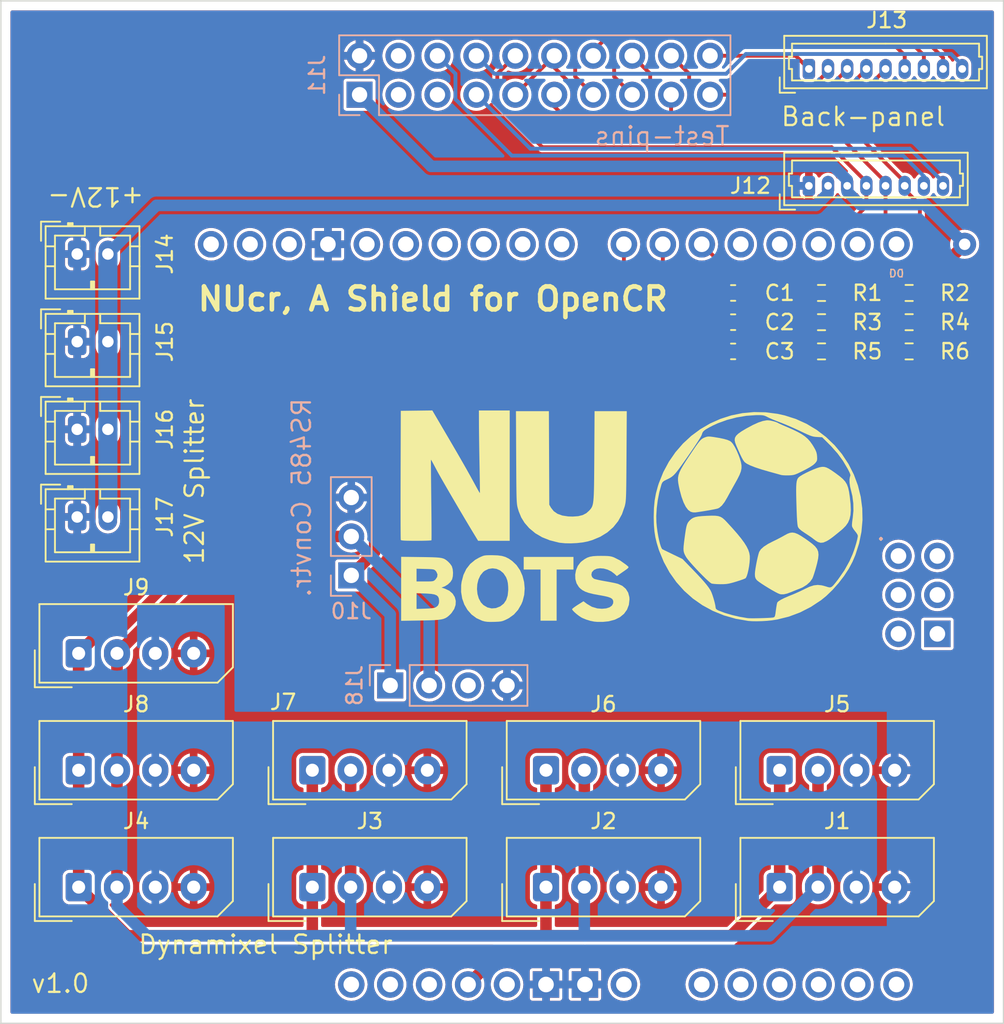
<source format=kicad_pcb>
(kicad_pcb (version 20221018) (generator pcbnew)
  (layers (0 "F.Cu" signal) (31 "B.Cu" signal) (34 "B.Paste" user) (35 "F.Paste" user) (36 "B.SilkS" user "B.Silkscreen") (37 "F.SilkS" user "F.Silkscreen") (38 "B.Mask" user) (39 "F.Mask" user) (44 "Edge.Cuts" user))
  (net 0 "")
  (net 1 "Net-(C1-Pad1)")
  (net 2 "GND")
  (net 3 "Net-(C2-Pad1)")
  (net 4 "Net-(C3-Pad1)")
  (net 5 "/DXL_N")
  (net 6 "/DXL_P")
  (net 7 "/DXL_PWR")
  (net 8 "+3V3")
  (net 9 "/LED5_R")
  (net 10 "/LED5_G")
  (net 11 "/LED5_B")
  (net 12 "/LED6_R")
  (net 13 "/RESET")
  (net 14 "/SW_START")
  (net 15 "/SW_MODE")
  (net 16 "/LED6_G")
  (net 17 "/LED6_B")
  (net 18 "/LED_TX")
  (net 19 "/LED_RX")
  (net 20 "/LED2")
  (net 21 "/LED3")
  (net 22 "/LED4")
  (net 26 "+12V")
  (footprint "Connector_Molex:Molex_SPOX_5267-04A_1x04_P2.50mm_Vertical" (layer "F.Cu") (at 104.14 107.95)
    (fp_text reference "J2" (at 3.75 -4.3) (layer "F.SilkS"))
    (fp_text value "Conn_01x04_Pin" hide)
    (pad "1" thru_hole roundrect (at 0 0) (size 1.7 1.85) (drill 0.85) (layers "*.Cu" "*.Mask") (roundrect_rratio 0.1470588235) (net 5 "/DXL_N"))
    (pad "2" thru_hole oval (at 2.5 0) (size 1.7 1.85) (drill 0.85) (layers "*.Cu" "*.Mask") (net 6 "/DXL_P"))
    (pad "3" thru_hole oval (at 5 0) (size 1.7 1.85) (drill 0.85) (layers "*.Cu" "*.Mask") (net 7 "/DXL_PWR"))
    (pad "4" thru_hole oval (at 7.5 0) (size 1.7 1.85) (drill 0.85) (layers "*.Cu" "*.Mask") (net 2 "GND"))
  )
  (footprint "Resistor_SMD:R_0603_1608Metric" (layer "F.Cu") (at 127.825 71.12 180)
    (fp_text reference "R4" (at -2.985 0) (layer "F.SilkS"))
    (fp_text value "10k" hide)
    (pad "1" smd roundrect (at -0.825 0 180) (size 0.8 0.95) (layers "F.Cu" "F.Paste" "F.Mask") (net 8 "+3V3"))
    (pad "2" smd roundrect (at 0.825 0 180) (size 0.8 0.95) (layers "F.Cu" "F.Paste" "F.Mask") (net 13 "/RESET"))
  )
  (footprint "Connector_Molex:Molex_SPOX_5267-04A_1x04_P2.50mm_Vertical" (layer "F.Cu") (at 119.38 100.33)
    (fp_text reference "J5" (at 3.75 -4.3) (layer "F.SilkS"))
    (fp_text value "Conn_01x04_Pin" hide)
    (pad "1" thru_hole roundrect (at 0 0) (size 1.7 1.85) (drill 0.85) (layers "*.Cu" "*.Mask") (roundrect_rratio 0.1470588235) (net 5 "/DXL_N"))
    (pad "2" thru_hole oval (at 2.5 0) (size 1.7 1.85) (drill 0.85) (layers "*.Cu" "*.Mask") (net 6 "/DXL_P"))
    (pad "3" thru_hole oval (at 5 0) (size 1.7 1.85) (drill 0.85) (layers "*.Cu" "*.Mask") (net 7 "/DXL_PWR"))
    (pad "4" thru_hole oval (at 7.5 0) (size 1.7 1.85) (drill 0.85) (layers "*.Cu" "*.Mask") (net 2 "GND"))
  )
  (footprint "Resistor_SMD:R_0603_1608Metric" (layer "F.Cu") (at 122.11 73.025)
    (fp_text reference "R5" (at 2.985 0) (layer "F.SilkS"))
    (fp_text value "100" hide)
    (pad "1" smd roundrect (at -0.825 0) (size 0.8 0.95) (layers "F.Cu" "F.Paste" "F.Mask") (net 4 "Net-(C3-Pad1)"))
    (pad "2" smd roundrect (at 0.825 0) (size 0.8 0.95) (layers "F.Cu" "F.Paste" "F.Mask") (net 14 "/SW_START"))
  )
  (footprint "Connector_Molex:Molex_SPOX_5267-04A_1x04_P2.50mm_Vertical" (layer "F.Cu") (at 88.9 100.33)
    (fp_text reference "J7" (at -1.905 -4.445) (layer "F.SilkS"))
    (fp_text value "Conn_01x04_Pin" hide)
    (pad "1" thru_hole roundrect (at 0 0) (size 1.7 1.85) (drill 0.85) (layers "*.Cu" "*.Mask") (roundrect_rratio 0.1470588235) (net 5 "/DXL_N"))
    (pad "2" thru_hole oval (at 2.5 0) (size 1.7 1.85) (drill 0.85) (layers "*.Cu" "*.Mask") (net 6 "/DXL_P"))
    (pad "3" thru_hole oval (at 5 0) (size 1.7 1.85) (drill 0.85) (layers "*.Cu" "*.Mask") (net 7 "/DXL_PWR"))
    (pad "4" thru_hole oval (at 7.5 0) (size 1.7 1.85) (drill 0.85) (layers "*.Cu" "*.Mask") (net 2 "GND"))
  )
  (footprint "PCM_arduino-library:Arduino_Uno_R3_Shield" (layer "F.Cu") (at 129.667 88.9)
    (fp_text reference "XA1" hide)
    (fp_text value "Arduino_Uno_R3_Shield" hide)
    (fp_text user "." (at -3.683 -4.064) (layer "B.SilkS"))
    (fp_text user "D0" (at -2.667 -20.955 unlocked) (layer "B.SilkS") (effects (font (size 0.5 0.5) (thickness 0.075)) (justify mirror)))
    (fp_text user "D0" (at -2.667 -20.955 unlocked) (layer "F.SilkS") (effects (font (size 0.5 0.5) (thickness 0.075))))
    (fp_text user "." (at -3.683 -4.064) (layer "F.SilkS"))
    (pad "" thru_hole oval (at -38.227 25.4) (size 1.7272 1.7272) (drill 1.016) (layers "*.Cu" "*.Mask"))
    (pad "3V3" thru_hole oval (at -30.607 25.4) (size 1.7272 1.7272) (drill 1.016) (layers "*.Cu" "*.Mask") (net 8 "+3V3"))
    (pad "5V1" thru_hole oval (at -28.067 25.4) (size 1.7272 1.7272) (drill 1.016) (layers "*.Cu" "*.Mask"))
    (pad "5V2" thru_hole oval (at 0 -2.54) (size 1.7272 1.7272) (drill 1.016) (layers "*.Cu" "*.Mask"))
    (pad "A0" thru_hole oval (at -15.367 25.4) (size 1.7272 1.7272) (drill 1.016) (layers "*.Cu" "*.Mask"))
    (pad "A1" thru_hole oval (at -12.827 25.4) (size 1.7272 1.7272) (drill 1.016) (layers "*.Cu" "*.Mask"))
    (pad "A2" thru_hole oval (at -10.287 25.4) (size 1.7272 1.7272) (drill 1.016) (layers "*.Cu" "*.Mask"))
    (pad "A3" thru_hole oval (at -7.747 25.4) (size 1.7272 1.7272) (drill 1.016) (layers "*.Cu" "*.Mask"))
    (pad "A4" thru_hole oval (at -5.207 25.4) (size 1.7272 1.7272) (drill 1.016) (layers "*.Cu" "*.Mask"))
    (pad "A5" thru_hole oval (at -2.667 25.4) (size 1.7272 1.7272) (drill 1.016) (layers "*.Cu" "*.Mask"))
    (pad "AREF" thru_hole oval (at -42.291 -22.86) (size 1.7272 1.7272) (drill 1.016) (layers "*.Cu" "*.Mask"))
    (pad "D0" thru_hole oval (at -2.667 -22.86) (size 1.7272 1.7272) (drill 1.016) (layers "*.Cu" "*.Mask"))
    (pad "D1" thru_hole oval (at -5.207 -22.86) (size 1.7272 1.7272) (drill 1.016) (layers "*.Cu" "*.Mask"))
    (pad "D2" thru_hole oval (at -7.747 -22.86) (size 1.7272 1.7272) (drill 1.016) (layers "*.Cu" "*.Mask"))
    (pad "D3" thru_hole oval (at -10.287 -22.86) (size 1.7272 1.7272) (drill 1.016) (layers "*.Cu" "*.Mask"))
    (pad "D4" thru_hole oval (at -12.827 -22.86) (size 1.7272 1.7272) (drill 1.016) (layers "*.Cu" "*.Mask"))
    (pad "D5" thru_hole oval (at -15.367 -22.86) (size 1.7272 1.7272) (drill 1.016) (layers "*.Cu" "*.Mask") (net 1 "Net-(C1-Pad1)"))
    (pad "D6" thru_hole oval (at -17.907 -22.86) (size 1.7272 1.7272) (drill 1.016) (layers "*.Cu" "*.Mask") (net 3 "Net-(C2-Pad1)"))
    (pad "D7" thru_hole oval (at -20.447 -22.86) (size 1.7272 1.7272) (drill 1.016) (layers "*.Cu" "*.Mask") (net 4 "Net-(C3-Pad1)"))
    (pad "D8" thru_hole oval (at -24.511 -22.86) (size 1.7272 1.7272) (drill 1.016) (layers "*.Cu" "*.Mask"))
    (pad "D9" thru_hole oval (at -27.051 -22.86) (size 1.7272 1.7272) (drill 1.016) (layers "*.Cu" "*.Mask"))
    (pad "D10" thru_hole oval (at -29.591 -22.86) (size 1.7272 1.7272) (drill 1.016) (layers "*.Cu" "*.Mask"))
    (pad "D11" thru_hole oval (at -32.131 -22.86) (size 1.7272 1.7272) (drill 1.016) (layers "*.Cu" "*.Mask"))
    (pad "D12" thru_hole oval (at -34.671 -22.86) (size 1.7272 1.7272) (drill 1.016) (layers "*.Cu" "*.Mask"))
    (pad "D13" thru_hole oval (at -37.211 -22.86) (size 1.7272 1.7272) (drill 1.016) (layers "*.Cu" "*.Mask"))
    (pad "GND1" thru_hole rect (at -39.751 -22.86) (size 1.7272 1.7272) (drill 1.016) (layers "*.Cu" "*.Mask") (net 2 "GND"))
    (pad "GND2" thru_hole rect (at -25.527 25.4) (size 1.7272 1.7272) (drill 1.016) (layers "*.Cu" "*.Mask") (net 2 "GND"))
    (pad "GND3" thru_hole rect (at -22.987 25.4) (size 1.7272 1.7272) (drill 1.016) (layers "*.Cu" "*.Mask") (net 2 "GND"))
    (pad "GND4" thru_hole rect (at 0 2.54) (size 1.7272 1.7272) (drill 1.016) (layers "*.Cu" "*.Mask"))
    (pad "IORF" thru_hole oval (at -35.687 25.4) (size 1.7272 1.7272) (drill 1.016) (layers "*.Cu" "*.Mask"))
    (pad "MISO" thru_hole oval (at -2.54 -2.54) (size 1.7272 1.7272) (drill 1.016) (layers "*.Cu" "*.Mask"))
    (pad "MOSI" thru_hole oval (at 0 0) (size 1.7272 1.7272) (drill 1.016) (layers "*.Cu" "*.Mask"))
    (pad "RST1" thru_hole oval (at -33.147 25.4) (size 1.7272 1.7272) (drill 1.016) (layers "*.Cu" "*.Mask"))
    (pad "RST2" thru_hole oval (at -2.54 2.54) (size 1.7272 1.7272) (drill 1.016) (layers "*.Cu" "*.Mask"))
    (pad "SCK" thru_hole oval (at -2.54 0) (size 1.7272 1.7272) (drill 1.016) (layers "*.Cu" "*.Mask"))
    (pad "SCL" thru_hole oval (at -47.371 -22.86) (size 1.7272 1.7272) (drill 1.016) (layers "*.Cu" "*.Mask"))
    (pad "SDA" thru_hole oval (at -44.831 -22.86) (size 1.7272 1.7272) (drill 1.016) (layers "*.Cu" "*.Mask"))
    (pad "VIN" thru_hole oval (at -20.447 25.4) (size 1.7272 1.7272) (drill 1.016) (layers "*.Cu" "*.Mask"))
  )
  (footprint "Resistor_SMD:R_0603_1608Metric" (layer "F.Cu") (at 122.11 69.215)
    (fp_text reference "R1" (at 2.985 0) (layer "F.SilkS"))
    (fp_text value "100" hide)
    (pad "1" smd roundrect (at -0.825 0) (size 0.8 0.95) (layers "F.Cu" "F.Paste" "F.Mask") (net 1 "Net-(C1-Pad1)"))
    (pad "2" smd roundrect (at 0.825 0) (size 0.8 0.95) (layers "F.Cu" "F.Paste" "F.Mask") (net 15 "/SW_MODE"))
  )
  (footprint "Connector_Molex:Molex_PicoBlade_53047-0910_1x09_P1.25mm_Vertical" (layer "F.Cu") (at 121.285 54.61)
    (fp_text reference "J13" (at 5.08 -3.175) (layer "F.SilkS"))
    (fp_text value "Conn_01x09_Pin" hide)
    (pad "1" thru_hole roundrect (at 0 0) (size 0.8 1.3) (drill 0.5) (layers "*.Cu" "*.Mask") (net 18 "/LED_TX"))
    (pad "2" thru_hole oval (at 1.25 0) (size 0.8 1.3) (drill 0.5) (layers "*.Cu" "*.Mask") (net 19 "/LED_RX"))
    (pad "3" thru_hole oval (at 2.5 0) (size 0.8 1.3) (drill 0.5) (layers "*.Cu" "*.Mask") (net 20 "/LED2"))
    (pad "4" thru_hole oval (at 3.75 0) (size 0.8 1.3) (drill 0.5) (layers "*.Cu" "*.Mask") (net 21 "/LED3"))
    (pad "5" thru_hole oval (at 5 0) (size 0.8 1.3) (drill 0.5) (layers "*.Cu" "*.Mask") (net 22 "/LED4"))
    (pad "6" thru_hole oval (at 6.25 0) (size 0.8 1.3) (drill 0.5) (layers "*.Cu" "*.Mask") (net 9 "/LED5_R"))
    (pad "7" thru_hole oval (at 7.5 0) (size 0.8 1.3) (drill 0.5) (layers "*.Cu" "*.Mask") (net 10 "/LED5_G"))
    (pad "8" thru_hole oval (at 8.75 0) (size 0.8 1.3) (drill 0.5) (layers "*.Cu" "*.Mask") (net 11 "/LED5_B"))
    (pad "9" thru_hole oval (at 10 0) (size 0.8 1.3) (drill 0.5) (layers "*.Cu" "*.Mask") (net 12 "/LED6_R"))
  )
  (footprint "Connector_JST:JST_PH_B2B-PH-K_1x02_P2.00mm_Vertical" (layer "F.Cu") (at 73.565 78.105)
    (fp_text reference "J16" (at 5.715 0 90) (layer "F.SilkS"))
    (fp_text value "Conn_01x02_Pin" hide)
    (pad "1" thru_hole roundrect (at 0 0) (size 1.2 1.75) (drill 0.75) (layers "*.Cu" "*.Mask") (roundrect_rratio 0.2083333333) (net 2 "GND"))
    (pad "2" thru_hole oval (at 2 0) (size 1.2 1.75) (drill 0.75) (layers "*.Cu" "*.Mask") (net 26 "+12V"))
  )
  (footprint "Connector_JST:JST_PH_B2B-PH-K_1x02_P2.00mm_Vertical" (layer "F.Cu") (at 73.565 66.675)
    (fp_text reference "J14" (at 5.715 0 90) (layer "F.SilkS"))
    (fp_text value "Conn_01x02_Pin" hide)
    (pad "1" thru_hole roundrect (at 0 0) (size 1.2 1.75) (drill 0.75) (layers "*.Cu" "*.Mask") (roundrect_rratio 0.2083333333) (net 2 "GND"))
    (pad "2" thru_hole oval (at 2 0) (size 1.2 1.75) (drill 0.75) (layers "*.Cu" "*.Mask") (net 26 "+12V"))
  )
  (footprint "Connector_Molex:Molex_SPOX_5267-04A_1x04_P2.50mm_Vertical" (layer "F.Cu") (at 104.14 100.33)
    (fp_text reference "J6" (at 3.75 -4.3) (layer "F.SilkS"))
    (fp_text value "Conn_01x04_Pin" hide)
    (pad "1" thru_hole roundrect (at 0 0) (size 1.7 1.85) (drill 0.85) (layers "*.Cu" "*.Mask") (roundrect_rratio 0.1470588235) (net 5 "/DXL_N"))
    (pad "2" thru_hole oval (at 2.5 0) (size 1.7 1.85) (drill 0.85) (layers "*.Cu" "*.Mask") (net 6 "/DXL_P"))
    (pad "3" thru_hole oval (at 5 0) (size 1.7 1.85) (drill 0.85) (layers "*.Cu" "*.Mask") (net 7 "/DXL_PWR"))
    (pad "4" thru_hole oval (at 7.5 0) (size 1.7 1.85) (drill 0.85) (layers "*.Cu" "*.Mask") (net 2 "GND"))
  )
  (footprint "Resistor_SMD:R_0603_1608Metric" (layer "F.Cu") (at 127.825 73.025 180)
    (fp_text reference "R6" (at -2.985 0) (layer "F.SilkS"))
    (fp_text value "10k" hide)
    (pad "1" smd roundrect (at -0.825 0 180) (size 0.8 0.95) (layers "F.Cu" "F.Paste" "F.Mask") (net 8 "+3V3"))
    (pad "2" smd roundrect (at 0.825 0 180) (size 0.8 0.95) (layers "F.Cu" "F.Paste" "F.Mask") (net 14 "/SW_START"))
  )
  (footprint "Connector_Molex:Molex_SPOX_5267-04A_1x04_P2.50mm_Vertical" (layer "F.Cu") (at 73.66 92.71)
    (fp_text reference "J9" (at 3.75 -4.3) (layer "F.SilkS"))
    (fp_text value "Conn_01x04_Pin" hide)
    (pad "1" thru_hole roundrect (at 0 0) (size 1.7 1.85) (drill 0.85) (layers "*.Cu" "*.Mask") (roundrect_rratio 0.1470588235) (net 5 "/DXL_N"))
    (pad "2" thru_hole oval (at 2.5 0) (size 1.7 1.85) (drill 0.85) (layers "*.Cu" "*.Mask") (net 6 "/DXL_P"))
    (pad "3" thru_hole oval (at 5 0) (size 1.7 1.85) (drill 0.85) (layers "*.Cu" "*.Mask") (net 7 "/DXL_PWR"))
    (pad "4" thru_hole oval (at 7.5 0) (size 1.7 1.85) (drill 0.85) (layers "*.Cu" "*.Mask") (net 2 "GND"))
  )
  (footprint "Connector_Molex:Molex_SPOX_5267-04A_1x04_P2.50mm_Vertical" (layer "F.Cu") (at 119.38 107.95)
    (fp_text reference "J1" (at 3.75 -4.3) (layer "F.SilkS"))
    (fp_text value "Conn_01x04_Pin" hide)
    (pad "1" thru_hole roundrect (at 0 0) (size 1.7 1.85) (drill 0.85) (layers "*.Cu" "*.Mask") (roundrect_rratio 0.1470588235) (net 5 "/DXL_N"))
    (pad "2" thru_hole oval (at 2.5 0) (size 1.7 1.85) (drill 0.85) (layers "*.Cu" "*.Mask") (net 6 "/DXL_P"))
    (pad "3" thru_hole oval (at 5 0) (size 1.7 1.85) (drill 0.85) (layers "*.Cu" "*.Mask") (net 7 "/DXL_PWR"))
    (pad "4" thru_hole oval (at 7.5 0) (size 1.7 1.85) (drill 0.85) (layers "*.Cu" "*.Mask") (net 2 "GND"))
  )
  (footprint "Resistor_SMD:R_0603_1608Metric" (layer "F.Cu") (at 127.825 69.215 180)
    (fp_text reference "R2" (at -2.985 0) (layer "F.SilkS"))
    (fp_text value "10k" hide)
    (pad "1" smd roundrect (at -0.825 0 180) (size 0.8 0.95) (layers "F.Cu" "F.Paste" "F.Mask") (net 8 "+3V3"))
    (pad "2" smd roundrect (at 0.825 0 180) (size 0.8 0.95) (layers "F.Cu" "F.Paste" "F.Mask") (net 15 "/SW_MODE"))
  )
  (footprint "Connector_Molex:Molex_SPOX_5267-04A_1x04_P2.50mm_Vertical" (layer "F.Cu") (at 88.9 107.95)
    (fp_text reference "J3" (at 3.75 -4.3) (layer "F.SilkS"))
    (fp_text value "Conn_01x04_Pin" hide)
    (pad "1" thru_hole roundrect (at 0 0) (size 1.7 1.85) (drill 0.85) (layers "*.Cu" "*.Mask") (roundrect_rratio 0.1470588235) (net 5 "/DXL_N"))
    (pad "2" thru_hole oval (at 2.5 0) (size 1.7 1.85) (drill 0.85) (layers "*.Cu" "*.Mask") (net 6 "/DXL_P"))
    (pad "3" thru_hole oval (at 5 0) (size 1.7 1.85) (drill 0.85) (layers "*.Cu" "*.Mask") (net 7 "/DXL_PWR"))
    (pad "4" thru_hole oval (at 7.5 0) (size 1.7 1.85) (drill 0.85) (layers "*.Cu" "*.Mask") (net 2 "GND"))
  )
  (footprint "Capacitor_SMD:C_0603_1608Metric" (layer "F.Cu") (at 116.345 69.215 180)
    (fp_text reference "C1" (at -3.035 0) (layer "F.SilkS"))
    (fp_text value "100p" hide)
    (pad "1" smd roundrect (at -0.775 0 180) (size 0.9 0.95) (layers "F.Cu" "F.Paste" "F.Mask") (net 1 "Net-(C1-Pad1)"))
    (pad "2" smd roundrect (at 0.775 0 180) (size 0.9 0.95) (layers "F.Cu" "F.Paste" "F.Mask") (net 2 "GND"))
  )
  (footprint "Connector_Molex:Molex_SPOX_5267-04A_1x04_P2.50mm_Vertical" (layer "F.Cu") (at 73.66 100.33)
    (fp_text reference "J8" (at 3.75 -4.3) (layer "F.SilkS"))
    (fp_text value "Conn_01x04_Pin" hide)
    (pad "1" thru_hole roundrect (at 0 0) (size 1.7 1.85) (drill 0.85) (layers "*.Cu" "*.Mask") (roundrect_rratio 0.1470588235) (net 5 "/DXL_N"))
    (pad "2" thru_hole oval (at 2.5 0) (size 1.7 1.85) (drill 0.85) (layers "*.Cu" "*.Mask") (net 6 "/DXL_P"))
    (pad "3" thru_hole oval (at 5 0) (size 1.7 1.85) (drill 0.85) (layers "*.Cu" "*.Mask") (net 7 "/DXL_PWR"))
    (pad "4" thru_hole oval (at 7.5 0) (size 1.7 1.85) (drill 0.85) (layers "*.Cu" "*.Mask") (net 2 "GND"))
  )
  (footprint "Capacitor_SMD:C_0603_1608Metric" (layer "F.Cu") (at 116.345 71.12 180)
    (fp_text reference "C2" (at -3.035 0) (layer "F.SilkS"))
    (fp_text value "100p" hide)
    (pad "1" smd roundrect (at -0.775 0 180) (size 0.9 0.95) (layers "F.Cu" "F.Paste" "F.Mask") (net 3 "Net-(C2-Pad1)"))
    (pad "2" smd roundrect (at 0.775 0 180) (size 0.9 0.95) (layers "F.Cu" "F.Paste" "F.Mask") (net 2 "GND"))
  )
  (footprint "Connector_JST:JST_PH_B2B-PH-K_1x02_P2.00mm_Vertical" (layer "F.Cu") (at 73.565 72.39)
    (fp_text reference "J15" (at 5.715 0 90) (layer "F.SilkS"))
    (fp_text value "Conn_01x02_Pin" hide)
    (pad "1" thru_hole roundrect (at 0 0) (size 1.2 1.75) (drill 0.75) (layers "*.Cu" "*.Mask") (roundrect_rratio 0.2083333333) (net 2 "GND"))
    (pad "2" thru_hole oval (at 2 0) (size 1.2 1.75) (drill 0.75) (layers "*.Cu" "*.Mask") (net 26 "+12V"))
  )
  (footprint "Capacitor_SMD:C_0603_1608Metric" (layer "F.Cu") (at 116.345 73.025 180)
    (fp_text reference "C3" (at -3.035 0) (layer "F.SilkS"))
    (fp_text value "100p" hide)
    (pad "1" smd roundrect (at -0.775 0 180) (size 0.9 0.95) (layers "F.Cu" "F.Paste" "F.Mask") (net 4 "Net-(C3-Pad1)"))
    (pad "2" smd roundrect (at 0.775 0 180) (size 0.9 0.95) (layers "F.Cu" "F.Paste" "F.Mask") (net 2 "GND"))
  )
  (footprint "Connector_Molex:Molex_SPOX_5267-04A_1x04_P2.50mm_Vertical" (layer "F.Cu") (at 73.66 107.95)
    (fp_text reference "J4" (at 3.75 -4.3) (layer "F.SilkS"))
    (fp_text value "Conn_01x04_Pin" hide)
    (pad "1" thru_hole roundrect (at 0 0) (size 1.7 1.85) (drill 0.85) (layers "*.Cu" "*.Mask") (roundrect_rratio 0.1470588235) (net 5 "/DXL_N"))
    (pad "2" thru_hole oval (at 2.5 0) (size 1.7 1.85) (drill 0.85) (layers "*.Cu" "*.Mask") (net 6 "/DXL_P"))
    (pad "3" thru_hole oval (at 5 0) (size 1.7 1.85) (drill 0.85) (layers "*.Cu" "*.Mask") (net 7 "/DXL_PWR"))
    (pad "4" thru_hole oval (at 7.5 0) (size 1.7 1.85) (drill 0.85) (layers "*.Cu" "*.Mask") (net 2 "GND"))
  )
  (footprint "Connector_Molex:Molex_PicoBlade_53047-0810_1x08_P1.25mm_Vertical" (layer "F.Cu") (at 121.285 62.23)
    (fp_text reference "J12" (at -3.81 0) (layer "F.SilkS"))
    (fp_text value "Conn_01x08_Pin" hide)
    (pad "1" thru_hole roundrect (at 0 0) (size 0.8 1.3) (drill 0.5) (layers "*.Cu" "*.Mask") (net 2 "GND"))
    (pad "2" thru_hole oval (at 1.25 0) (size 0.8 1.3) (drill 0.5) (layers "*.Cu" "*.Mask") (net 26 "+12V"))
    (pad "3" thru_hole oval (at 2.5 0) (size 0.8 1.3) (drill 0.5) (layers "*.Cu" "*.Mask") (net 8 "+3V3"))
    (pad "4" thru_hole oval (at 3.75 0) (size 0.8 1.3) (drill 0.5) (layers "*.Cu" "*.Mask") (net 14 "/SW_START"))
    (pad "5" thru_hole oval (at 5 0) (size 0.8 1.3) (drill 0.5) (layers "*.Cu" "*.Mask") (net 15 "/SW_MODE"))
    (pad "6" thru_hole oval (at 6.25 0) (size 0.8 1.3) (drill 0.5) (layers "*.Cu" "*.Mask") (net 13 "/RESET"))
    (pad "7" thru_hole oval (at 7.5 0) (size 0.8 1.3) (drill 0.5) (layers "*.Cu" "*.Mask") (net 17 "/LED6_B"))
    (pad "8" thru_hole oval (at 8.75 0) (size 0.8 1.3) (drill 0.5) (layers "*.Cu" "*.Mask") (net 16 "/LED6_G"))
  )
  (footprint "Resistor_SMD:R_0603_1608Metric" (layer "F.Cu") (at 122.11 71.12)
    (fp_text reference "R3" (at 2.985 0) (layer "F.SilkS"))
    (fp_text value "100" hide)
    (pad "1" smd roundrect (at -0.825 0) (size 0.8 0.95) (layers "F.Cu" "F.Paste" "F.Mask") (net 3 "Net-(C2-Pad1)"))
    (pad "2" smd roundrect (at 0.825 0) (size 0.8 0.95) (layers "F.Cu" "F.Paste" "F.Mask") (net 13 "/RESET"))
  )
  (footprint "LOGO" (layer "F.Cu") (at 109.22 83.82)
    (fp_text reference "G***" hide)
    (fp_text value "LOGO" hide)
  )
  (footprint "Connector_JST:JST_PH_B2B-PH-K_1x02_P2.00mm_Vertical" (layer "F.Cu") (at 73.565 83.82)
    (fp_text reference "J17" (at 5.715 0 90) (layer "F.SilkS"))
    (fp_text value "Conn_01x02_Pin" hide)
    (pad "1" thru_hole roundrect (at 0 0) (size 1.2 1.75) (drill 0.75) (layers "*.Cu" "*.Mask") (roundrect_rratio 0.2083333333) (net 2 "GND"))
    (pad "2" thru_hole oval (at 2 0) (size 1.2 1.75) (drill 0.75) (layers "*.Cu" "*.Mask") (net 26 "+12V"))
  )
  (footprint "Connector_PinSocket_2.54mm:PinSocket_2x10_P2.54mm_Vertical" (layer "B.Cu") (at 91.98 56.29 -90)
    (fp_text reference "J11" (at -1.27 2.77 90) (layer "B.SilkS") (effects (justify mirror)))
    (fp_text value "Conn_02x10_Odd_Even" hide)
    (pad "1" thru_hole rect (at 0 0 270) (size 1.7 1.7) (drill 1) (layers "*.Cu" "*.Mask") (net 8 "+3V3"))
    (pad "2" thru_hole oval (at -2.54 0 270) (size 1.7 1.7) (drill 1) (layers "*.Cu" "*.Mask") (net 2 "GND"))
    (pad "3" thru_hole oval (at 0 -2.54 270) (size 1.7 1.7) (drill 1) (layers "*.Cu" "*.Mask"))
    (pad "4" thru_hole oval (at -2.54 -2.54 270) (size 1.7 1.7) (drill 1) (layers "*.Cu" "*.Mask"))
    (pad "5" thru_hole oval (at 0 -5.08 270) (size 1.7 1.7) (drill 1) (layers "*.Cu" "*.Mask"))
    (pad "6" thru_hole oval (at -2.54 -5.08 270) (size 1.7 1.7) (drill 1) (layers "*.Cu" "*.Mask") (net 17 "/LED6_B"))
    (pad "7" thru_hole oval (at 0 -7.62 270) (size 1.7 1.7) (drill 1) (layers "*.Cu" "*.Mask") (net 16 "/LED6_G"))
    (pad "8" thru_hole oval (at -2.54 -7.62 270) (size 1.7 1.7) (drill 1) (layers "*.Cu" "*.Mask") (net 12 "/LED6_R"))
    (pad "9" thru_hole oval (at 0 -10.16 270) (size 1.7 1.7) (drill 1) (layers "*.Cu" "*.Mask") (net 13 "/RESET"))
    (pad "10" thru_hole oval (at -2.54 -10.16 270) (size 1.7 1.7) (drill 1) (layers "*.Cu" "*.Mask") (net 14 "/SW_START"))
    (pad "11" thru_hole oval (at 0 -12.7 270) (size 1.7 1.7) (drill 1) (layers "*.Cu" "*.Mask") (net 15 "/SW_MODE"))
    (pad "12" thru_hole oval (at -2.54 -12.7 270) (size 1.7 1.7) (drill 1) (layers "*.Cu" "*.Mask") (net 13 "/RESET"))
    (pad "13" thru_hole oval (at 0 -15.24 270) (size 1.7 1.7) (drill 1) (layers "*.Cu" "*.Mask") (net 11 "/LED5_B"))
    (pad "14" thru_hole oval (at -2.54 -15.24 270) (size 1.7 1.7) (drill 1) (layers "*.Cu" "*.Mask") (net 10 "/LED5_G"))
    (pad "15" thru_hole oval (at 0 -17.78 270) (size 1.7 1.7) (drill 1) (layers "*.Cu" "*.Mask") (net 9 "/LED5_R"))
    (pad "16" thru_hole oval (at -2.54 -17.78 270) (size 1.7 1.7) (drill 1) (layers "*.Cu" "*.Mask") (net 22 "/LED4"))
    (pad "17" thru_hole oval (at 0 -20.32 270) (size 1.7 1.7) (drill 1) (layers "*.Cu" "*.Mask") (net 21 "/LED3"))
    (pad "18" thru_hole oval (at -2.54 -20.32 270) (size 1.7 1.7) (drill 1) (layers "*.Cu" "*.Mask") (net 20 "/LED2"))
    (pad "19" thru_hole oval (at 0 -22.86 270) (size 1.7 1.7) (drill 1) (layers "*.Cu" "*.Mask") (net 19 "/LED_RX"))
    (pad "20" thru_hole oval (at -2.54 -22.86 270) (size 1.7 1.7) (drill 1) (layers "*.Cu" "*.Mask") (net 18 "/LED_TX"))
  )
  (footprint "Connector_PinHeader_2.54mm:PinHeader_1x03_P2.54mm_Vertical" (layer "B.Cu") (at 91.44 87.63)
    (fp_text reference "J10" (at 0 2.33) (layer "B.SilkS") (effects (justify mirror)))
    (fp_text value "Conn_01x03_Pin" hide)
    (pad "1" thru_hole rect (at 0 0) (size 1.7 1.7) (drill 1) (layers "*.Cu" "*.Mask") (net 5 "/DXL_N"))
    (pad "2" thru_hole oval (at 0 -2.54) (size 1.7 1.7) (drill 1) (layers "*.Cu" "*.Mask") (net 6 "/DXL_P"))
    (pad "3" thru_hole oval (at 0 -5.08) (size 1.7 1.7) (drill 1) (layers "*.Cu" "*.Mask") (net 2 "GND"))
  )
  (footprint "Connector_PinHeader_2.54mm:PinHeader_1x04_P2.54mm_Vertical" (layer "B.Cu") (at 93.98 94.803 -90)
    (fp_text reference "J18" (at 0 2.33 90) (layer "B.SilkS") (effects (justify mirror)))
    (fp_text value "Conn_01x04_Pin" hide)
    (pad "1" thru_hole rect (at 0 0 270) (size 1.7 1.7) (drill 1) (layers "*.Cu" "*.Mask") (net 5 "/DXL_N"))
    (pad "2" thru_hole oval (at 0 -2.54 270) (size 1.7 1.7) (drill 1) (layers "*.Cu" "*.Mask") (net 6 "/DXL_P"))
    (pad "3" thru_hole oval (at 0 -5.08 270) (size 1.7 1.7) (drill 1) (layers "*.Cu" "*.Mask"))
    (pad "4" thru_hole oval (at 0 -7.62 270) (size 1.7 1.7) (drill 1) (layers "*.Cu" "*.Mask") (net 2 "GND"))
  )
  (gr_rect (start 68.58 50.165) (end 133.985 116.84) (stroke (width 0.1)) (fill none) (layer "Edge.Cuts"))
  (gr_text "Test-pins" (at 116.205 59.69) (layer "B.SilkS") (effects (font (size 1.2 1.2)) (justify left bottom mirror)))
  (gr_text "RS485 Convtr." (at 88.9 82.55 90) (layer "B.SilkS") (effects (font (size 1.2 1.2)) (justify bottom mirror)))
  (gr_text "v1.0" (at 70.485 114.935) (layer "F.SilkS") (effects (font (size 1.2 1.2)) (justify left bottom)))
  (gr_text "Back-panel" (at 119.38 58.42) (layer "F.SilkS") (effects (font (size 1.2 1.2)) (justify left bottom)))
  (gr_text "12V Splitter" (at 81.915 86.995 90) (layer "F.SilkS") (effects (font (size 1.2 1.2)) (justify left bottom)))
  (gr_text "Dynamixel Splitter" (at 77.47 112.395) (layer "F.SilkS") (effects (font (size 1.2 1.2)) (justify left bottom)))
  (gr_text "+12V-" (at 78.01 62.23 180) (layer "F.SilkS") (effects (font (size 1.2 1.2)) (justify left bottom)))
  (gr_text "NUcr, A Shield for OpenCR" (at 81.28 70.485) (layer "F.SilkS") (effects (font (size 1.5 1.5) (thickness 0.3) bold) (justify left bottom)))
  (segment (start 117.12 69.215) (end 117.12 68.86) (width 0.25) (layer "F.Cu") (net 1))
  (segment (start 117.12 68.86) (end 114.3 66.04) (width 0.25) (layer "F.Cu") (net 1))
  (segment (start 117.12 69.215) (end 121.285 69.215) (width 0.25) (layer "F.Cu") (net 1))
  (segment (start 111.76 68.58) (end 111.76 66.04) (width 0.25) (layer "F.Cu") (net 3))
  (segment (start 116.32 70.32) (end 113.5 70.32) (width 0.25) (layer "F.Cu") (net 3))
  (segment (start 113.5 70.32) (end 111.76 68.58) (width 0.25) (layer "F.Cu") (net 3))
  (segment (start 117.12 71.12) (end 116.32 70.32) (width 0.25) (layer "F.Cu") (net 3))
  (segment (start 117.12 71.12) (end 121.285 71.12) (width 0.25) (layer "F.Cu") (net 3))
  (segment (start 117.12 73.025) (end 116.32 72.225) (width 0.25) (layer "F.Cu") (net 4))
  (segment (start 109.22 69.215) (end 109.22 66.04) (width 0.25) (layer "F.Cu") (net 4))
  (segment (start 117.12 73.025) (end 121.285 73.025) (width 0.25) (layer "F.Cu") (net 4))
  (segment (start 112.23 72.225) (end 109.22 69.215) (width 0.25) (layer "F.Cu") (net 4))
  (segment (start 116.32 72.225) (end 112.23 72.225) (width 0.25) (layer "F.Cu") (net 4))
  (segment (start 88.9 111.125) (end 104.14 111.125) (width 0.75) (layer "F.Cu") (net 5))
  (segment (start 92.964 86.106) (end 91.44 87.63) (width 0.75) (layer "F.Cu") (net 5))
  (segment (start 116.205 111.125) (end 119.38 107.95) (width 0.75) (layer "F.Cu") (net 5))
  (segment (start 73.66 92.71) (end 85.245 81.125) (width 0.75) (layer "F.Cu") (net 5))
  (segment (start 92.964 82.058745) (end 92.964 86.106) (width 0.75) (layer "F.Cu") (net 5))
  (segment (start 93.98 95.25) (end 93.98 94.803) (width 0.75) (layer "F.Cu") (net 5))
  (segment (start 92.030255 81.125) (end 92.964 82.058745) (width 0.75) (layer "F.Cu") (net 5))
  (segment (start 76.835 111.125) (end 88.9 111.125) (width 0.75) (layer "F.Cu") (net 5))
  (segment (start 104.14 111.125) (end 116.205 111.125) (width 0.75) (layer "F.Cu") (net 5))
  (segment (start 88.9 111.125) (end 88.9 107.95) (width 0.75) (layer "F.Cu") (net 5))
  (segment (start 119.38 107.95) (end 119.38 100.33) (width 0.75) (layer "F.Cu") (net 5))
  (segment (start 85.245 81.125) (end 92.030255 81.125) (width 0.75) (layer "F.Cu") (net 5))
  (segment (start 104.14 107.95) (end 104.14 111.125) (width 0.75) (layer "F.Cu") (net 5))
  (segment (start 104.14 107.95) (end 104.14 100.33) (width 0.75) (layer "F.Cu") (net 5))
  (segment (start 73.66 92.71) (end 73.66 100.33) (width 0.75) (layer "F.Cu") (net 5))
  (segment (start 88.9 100.33) (end 88.9 107.95) (width 0.75) (layer "F.Cu") (net 5))
  (segment (start 73.66 93.98) (end 73.66 92.71) (width 0.75) (layer "F.Cu") (net 5))
  (segment (start 73.66 107.95) (end 76.835 111.125) (width 0.75) (layer "F.Cu") (net 5))
  (segment (start 73.66 100.33) (end 73.66 107.95) (width 0.75) (layer "F.Cu") (net 5))
  (segment (start 93.98 94.803) (end 93.98 90.17) (width 0.75) (layer "B.Cu") (net 5))
  (segment (start 93.98 90.17) (end 91.44 87.63) (width 0.75) (layer "B.Cu") (net 5))
  (segment (start 91.4 100.33) (end 91.4 107.95) (width 0.75) (layer "F.Cu") (net 6))
  (segment (start 76.16 93.98) (end 76.16 92.71) (width 0.75) (layer "F.Cu") (net 6))
  (segment (start 91.4 100.33) (end 91.4 99.923) (width 0.75) (layer "F.Cu") (net 6))
  (segment (start 106.64 100.33) (end 106.64 107.95) (width 0.75) (layer "F.Cu") (net 6))
  (segment (start 76.16 100.33) (end 76.16 107.95) (width 0.75) (layer "F.Cu") (net 6))
  (segment (start 76.16 92.71) (end 76.16 100.33) (width 0.75) (layer "F.Cu") (net 6))
  (segment (start 83.78 85.09) (end 91.44 85.09) (width 0.75) (layer "F.Cu") (net 6))
  (segment (start 121.88 100.33) (end 121.88 107.95) (width 0.75) (layer "F.Cu") (net 6))
  (segment (start 76.16 92.71) (end 83.78 85.09) (width 0.75) (layer "F.Cu") (net 6))
  (segment (start 106.64 111.085) (end 106.68 111.125) (width 0.75) (layer "B.Cu") (net 6))
  (segment (start 76.16 109.18) (end 78.105 111.125) (width 0.75) (layer "B.Cu") (net 6))
  (segment (start 106.68 111.125) (end 118.705 111.125) (width 0.75) (layer "B.Cu") (net 6))
  (segment (start 106.64 107.95) (end 106.64 111.085) (width 0.75) (layer "B.Cu") (net 6))
  (segment (start 91.44 111.125) (end 106.68 111.125) (width 0.75) (layer "B.Cu") (net 6))
  (segment (start 91.44 85.09) (end 96.52 90.17) (width 0.75) (layer "B.Cu") (net 6))
  (segment (start 76.16 107.95) (end 76.16 109.18) (width 0.75) (layer "B.Cu") (net 6))
  (segment (start 91.4 111.085) (end 91.44 111.125) (width 0.75) (layer "B.Cu") (net 6))
  (segment (start 91.4 107.95) (end 91.4 111.085) (width 0.75) (layer "B.Cu") (net 6))
  (segment (start 118.705 111.125) (end 121.88 107.95) (width 0.75) (layer "B.Cu") (net 6))
  (segment (start 96.52 90.17) (end 96.52 94.803) (width 0.75) (layer "B.Cu") (net 6))
  (segment (start 78.105 111.125) (end 91.44 111.125) (width 0.75) (layer "B.Cu") (net 6))
  (segment (start 99.06 114.3) (end 100.965 112.395) (width 0.75) (layer "F.Cu") (net 8))
  (segment (start 128.65 71.12) (end 128.65 69.215) (width 0.75) (layer "F.Cu") (net 8))
  (segment (start 132.08 109.855) (end 132.08 76.455) (width 0.75) (layer "F.Cu") (net 8))
  (segment (start 128.65 68.835) (end 131.445 66.04) (width 0.75) (layer "F.Cu") (net 8))
  (segment (start 128.65 69.215) (end 128.65 68.835) (width 0.75) (layer "F.Cu") (net 8))
  (segment (start 128.65 73.025) (end 128.65 71.12) (width 0.75) (layer "F.Cu") (net 8))
  (segment (start 132.08 76.455) (end 128.65 73.025) (width 0.75) (layer "F.Cu") (net 8))
  (segment (start 129.54 112.395) (end 132.08 109.855) (width 0.75) (layer "F.Cu") (net 8))
  (segment (start 100.965 112.395) (end 129.54 112.395) (width 0.75) (layer "F.Cu") (net 8))
  (via (at 131.445 66.04) (size 1.5) (drill 0.75) (layers "F.Cu" "B.Cu") (net 8))
  (segment (start 123.785 61.851142) (end 122.893858 60.96) (width 0.75) (layer "B.Cu") (net 8))
  (segment (start 122.893858 60.96) (end 96.65 60.96) (width 0.75) (layer "B.Cu") (net 8))
  (segment (start 131.445 66.04) (end 128.86 63.455) (width 0.75) (layer "B.Cu") (net 8))
  (segment (start 123.785 62.23) (end 123.785 61.851142) (width 0.75) (layer "B.Cu") (net 8))
  (segment (start 128.86 63.455) (end 124.631142 63.455) (width 0.75) (layer "B.Cu") (net 8))
  (segment (start 96.65 60.96) (end 91.98 56.29) (width 0.75) (layer "B.Cu") (net 8))
  (segment (start 123.785 62.608858) (end 123.785 62.23) (width 0.75) (layer "B.Cu") (net 8))
  (segment (start 124.631142 63.455) (end 123.785 62.608858) (width 0.75) (layer "B.Cu") (net 8))
  (segment (start 108.585 55.115) (end 109.76 56.29) (width 0.25) (layer "F.Cu") (net 9))
  (segment (start 127.535 54.61) (end 127.535 53.725) (width 0.25) (layer "F.Cu") (net 9))
  (segment (start 108.585 52.704999) (end 108.585 55.115) (width 0.25) (layer "F.Cu") (net 9))
  (segment (start 126.385 52.575) (end 108.714999 52.575) (width 0.25) (layer "F.Cu") (net 9))
  (segment (start 127.535 53.725) (end 126.385 52.575) (width 0.25) (layer "F.Cu") (net 9))
  (segment (start 108.714999 52.575) (end 108.585 52.704999) (width 0.25) (layer "F.Cu") (net 9))
  (segment (start 107.22 53.433603) (end 107.22 53.75) (width 0.25) (layer "F.Cu") (net 10))
  (segment (start 128.785 54.61) (end 128.785 53.725) (width 0.25) (layer "F.Cu") (net 10))
  (segment (start 127.185 52.125) (end 108.528603 52.125) (width 0.25) (layer "F.Cu") (net 10))
  (segment (start 128.785 53.725) (end 127.185 52.125) (width 0.25) (layer "F.Cu") (net 10))
  (segment (start 108.528603 52.125) (end 107.22 53.433603) (width 0.25) (layer "F.Cu") (net 10))
  (segment (start 127.831016 51.675) (end 107.075 51.675) (width 0.25) (layer "F.Cu") (net 11))
  (segment (start 107.075 51.675) (end 106.045 52.705) (width 0.25) (layer "F.Cu") (net 11))
  (segment (start 106.045 55.115) (end 107.22 56.29) (width 0.25) (layer "F.Cu") (net 11))
  (segment (start 130.035 54.61) (end 130.035 53.878984) (width 0.25) (layer "F.Cu") (net 11))
  (segment (start 130.035 53.878984) (end 127.831016 51.675) (width 0.25) (layer "F.Cu") (net 11))
  (segment (start 106.045 52.705) (end 106.045 55.115) (width 0.25) (layer "F.Cu") (net 11))
  (segment (start 117.18 53.635) (end 115.89 54.925) (width 0.25) (layer "B.Cu") (net 12))
  (segment (start 100.775 54.925) (end 99.6 53.75) (width 0.25) (layer "B.Cu") (net 12))
  (segment (start 130.56 53.635) (end 117.18 53.635) (width 0.25) (layer "B.Cu") (net 12))
  (segment (start 131.285 54.61) (end 131.285 54.36) (width 0.25) (layer "B.Cu") (net 12))
  (segment (start 115.89 54.925) (end 100.775 54.925) (width 0.25) (layer "B.Cu") (net 12))
  (segment (start 131.285 54.36) (end 130.56 53.635) (width 0.25) (layer "B.Cu") (net 12))
  (segment (start 105.855 57.594999) (end 105.855 55.69) (width 0.25) (layer "F.Cu") (net 13))
  (segment (start 122.935 71.12) (end 127 71.12) (width 0.25) (layer "F.Cu") (net 13))
  (segment (start 127.925 68.57005) (end 127.925 70.195) (width 0.25) (layer "F.Cu") (net 13))
  (segment (start 128.524 67.97105) (end 127.925 68.57005) (width 0.25) (layer "F.Cu") (net 13))
  (segment (start 127.925 70.195) (end 127 71.12) (width 0.25) (layer "F.Cu") (net 13))
  (segment (start 105.855 55.69) (end 104.68 54.515) (width 0.25) (layer "F.Cu") (net 13))
  (segment (start 107.075001 58.815) (end 105.855 57.594999) (width 0.25) (layer "F.Cu") (net 13))
  (segment (start 127.535 62.23) (end 127.535 61.98) (width 0.25) (layer "F.Cu") (net 13))
  (segment (start 104.68 54.515) (end 104.68 53.75) (width 0.25) (layer "F.Cu") (net 13))
  (segment (start 104.68 53.75) (end 102.14 56.29) (width 0.25) (layer "F.Cu") (net 13))
  (segment (start 128.524 63.469) (end 128.524 67.97105) (width 0.25) (layer "F.Cu") (net 13))
  (segment (start 124.37 58.815) (end 107.075001 58.815) (width 0.25) (layer "F.Cu") (net 13))
  (segment (start 127.535 61.98) (end 124.37 58.815) (width 0.25) (layer "F.Cu") (net 13))
  (segment (start 127.535 62.23) (end 127.535 62.48) (width 0.25) (layer "F.Cu") (net 13))
  (segment (start 127.535 62.48) (end 128.524 63.469) (width 0.25) (layer "F.Cu") (net 13))
  (segment (start 123.2714 66.5936) (end 123.2714 65.3236) (width 0.25) (layer "F.Cu") (net 14))
  (segment (start 122.77 59.715) (end 103.903299 59.715) (width 0.25) (layer "F.Cu") (net 14))
  (segment (start 122.935 73.025) (end 122.21 72.3) (width 0.25) (layer "F.Cu") (net 14))
  (segment (start 122.21 67.655) (end 123.2714 66.5936) (width 0.25) (layer "F.Cu") (net 14))
  (segment (start 122.935 73.025) (end 127 73.025) (width 0.25) (layer "F.Cu") (net 14))
  (segment (start 125.035 62.23) (end 125.035 61.98) (width 0.25) (layer "F.Cu") (net 14))
  (segment (start 100.965 54.925) (end 102.14 53.75) (width 0.25) (layer "F.Cu") (net 14))
  (segment (start 100.965 56.776701) (end 100.965 54.925) (width 0.25) (layer "F.Cu") (net 14))
  (segment (start 122.21 72.3) (end 122.21 67.655) (width 0.25) (layer "F.Cu") (net 14))
  (segment (start 103.903299 59.715) (end 100.965 56.776701) (width 0.25) (layer "F.Cu") (net 14))
  (segment (start 125.035 61.98) (end 122.77 59.715) (width 0.25) (layer "F.Cu") (net 14))
  (segment (start 123.2714 65.3236) (end 125.035 63.56) (width 0.25) (layer "F.Cu") (net 14))
  (segment (start 125.035 63.56) (end 125.035 62.23) (width 0.25) (layer "F.Cu") (net 14))
  (segment (start 127 69.215) (end 127 67.945) (width 0.25) (layer "F.Cu") (net 15))
  (segment (start 125.8114 65.547665) (end 126.285 65.074065) (width 0.25) (layer "F.Cu") (net 15))
  (segment (start 122.935 69.215) (end 127 69.215) (width 0.25) (layer "F.Cu") (net 15))
  (segment (start 106.888605 59.265) (end 104.68 57.056395) (width 0.25) (layer "F.Cu") (net 15))
  (segment (start 126.285 62.23) (end 126.285 61.98) (width 0.25) (layer "F.Cu") (net 15))
  (segment (start 127 67.945) (end 125.8114 66.7564) (width 0.25) (layer "F.Cu") (net 15))
  (segment (start 126.285 61.98) (end 123.57 59.265) (width 0.25) (layer "F.Cu") (net 15))
  (segment (start 125.8114 66.7564) (end 125.8114 65.547665) (width 0.25) (layer "F.Cu") (net 15))
  (segment (start 123.57 59.265) (end 106.888605 59.265) (width 0.25) (layer "F.Cu") (net 15))
  (segment (start 126.285 65.074065) (end 126.285 62.23) (width 0.25) (layer "F.Cu") (net 15))
  (segment (start 104.68 57.056395) (end 104.68 56.29) (width 0.25) (layer "F.Cu") (net 15))
  (segment (start 103.12 59.81) (end 99.6 56.29) (width 0.25) (layer "B.Cu") (net 16))
  (segment (start 130.035 62.23) (end 130.035 61.98) (width 0.25) (layer "B.Cu") (net 16))
  (segment (start 130.035 61.98) (end 127.865 59.81) (width 0.25) (layer "B.Cu") (net 16))
  (segment (start 127.865 59.81) (end 103.12 59.81) (width 0.25) (layer "B.Cu") (net 16))
  (segment (start 98.235 56.586701) (end 98.235 54.925) (width 0.25) (layer "B.Cu") (net 17))
  (segment (start 128.785 61.605) (end 127.44 60.26) (width 0.25) (layer "B.Cu") (net 17))
  (segment (start 127.44 60.26) (end 101.908299 60.26) (width 0.25) (layer "B.Cu") (net 17))
  (segment (start 98.235 54.925) (end 97.06 53.75) (width 0.25) (layer "B.Cu") (net 17))
  (segment (start 101.908299 60.26) (end 98.235 56.586701) (width 0.25) (layer "B.Cu") (net 17))
  (segment (start 128.785 62.23) (end 128.785 61.605) (width 0.25) (layer "B.Cu") (net 17))
  (segment (start 120.425 53.75) (end 114.84 53.75) (width 0.25) (layer "F.Cu") (net 18))
  (segment (start 121.285 54.61) (end 120.425 53.75) (width 0.25) (layer "F.Cu") (net 18))
  (segment (start 122.535 54.752462) (end 120.997462 56.29) (width 0.25) (layer "F.Cu") (net 19))
  (segment (start 122.535 54.61) (end 122.535 54.752462) (width 0.25) (layer "F.Cu") (net 19))
  (segment (start 120.997462 56.29) (end 114.84 56.29) (width 0.25) (layer "F.Cu") (net 19))
  (segment (start 123.785 54.61) (end 123.785 54.635305) (width 0.25) (layer "F.Cu") (net 20))
  (segment (start 113.98 57.465) (end 113.475 56.96) (width 0.25) (layer "F.Cu") (net 20))
  (segment (start 123.785 54.635305) (end 120.955305 57.465) (width 0.25) (layer "F.Cu") (net 20))
  (segment (start 113.475 56.96) (end 113.475 54.925) (width 0.25) (layer "F.Cu") (net 20))
  (segment (start 113.475 54.925) (end 112.3 53.75) (width 0.25) (layer "F.Cu") (net 20))
  (segment (start 120.955305 57.465) (end 113.98 57.465) (width 0.25) (layer "F.Cu") (net 20))
  (segment (start 125.035 54.635305) (end 121.755305 57.915) (width 0.25) (layer "F.Cu") (net 21))
  (segment (start 125.035 54.61) (end 125.035 54.635305) (width 0.25) (layer "F.Cu") (net 21))
  (segment (start 112.3 57.69) (end 112.3 56.29) (width 0.25) (layer "F.Cu") (net 21))
  (segment (start 112.525 57.915) (end 112.3 57.69) (width 0.25) (layer "F.Cu") (net 21))
  (segment (start 121.755305 57.915) (end 112.525 57.915) (width 0.25) (layer "F.Cu") (net 21))
  (segment (start 126.285 54.61) (end 126.285 54.635305) (width 0.25) (layer "F.Cu") (net 22))
  (segment (start 122.555305 58.365) (end 111.705001 58.365) (width 0.25) (layer "F.Cu") (net 22))
  (segment (start 110.935 57.594999) (end 110.935 54.925) (width 0.25) (layer "F.Cu") (net 22))
  (segment (start 126.285 54.635305) (end 122.555305 58.365) (width 0.25) (layer "F.Cu") (net 22))
  (segment (start 111.705001 58.365) (end 110.935 57.594999) (width 0.25) (layer "F.Cu") (net 22))
  (segment (start 110.935 54.925) (end 109.76 53.75) (width 0.25) (layer "F.Cu") (net 22))
  (segment (start 75.565 78.105) (end 75.565 72.39) (width 1.25) (layer "B.Cu") (net 26))
  (segment (start 75.565 83.82) (end 75.565 78.105) (width 1.25) (layer "B.Cu") (net 26))
  (segment (start 122.535 62.726016) (end 122.535 62.23) (width 0.75) (layer "B.Cu") (net 26))
  (segment (start 75.565 72.39) (end 75.565 66.675) (width 1.25) (layer "B.Cu") (net 26))
  (segment (start 75.565 66.675) (end 78.735 63.505) (width 0.75) (layer "B.Cu") (net 26))
  (segment (start 78.735 63.505) (end 121.756016 63.505) (width 0.75) (layer "B.Cu") (net 26))
  (segment (start 121.756016 63.505) (end 122.535 62.726016) (width 0.75) (layer "B.Cu") (net 26))
  (zone (net 2) (net_name "GND") (layer "F.Cu") (priority 1) (connect_pads (clearance 0.2)) (min_thickness 0.2) (fill yes (thermal_gap 0.2) (thermal_bridge_width 0.5))
    (polygon (pts (xy 69.215 50.8) (xy 133.35 50.8) (xy 133.35 116.205) (xy 69.215 116.205)))
  )
  (zone (net 2) (net_name "GND") (layer "B.Cu") (priority 2) (connect_pads (clearance 0.2)) (min_thickness 0.2) (fill yes (thermal_gap 0.2) (thermal_bridge_width 0.5))
    (polygon (pts (xy 69.215 50.8) (xy 133.35 50.8) (xy 133.35 116.205) (xy 126.365 116.205) (xy 126.365 96.52) (xy 83.82 96.52) (xy 83.82 88.9) (xy 76.835 88.9) (xy 76.835 110.49) (xy 126.365 110.49) (xy 126.365 116.205) (xy 69.215 116.205)))
  )
  (zone (net 7) (net_name "/DXL_PWR") (layer "B.Cu") (connect_pads (clearance 0.5)) (min_thickness 0.2) (fill yes (thermal_gap 0.2) (thermal_bridge_width 0.5))
    (polygon (pts (xy 77.47 89.535) (xy 77.47 109.855) (xy 125.73 109.855) (xy 125.73 97.155) (xy 83.185 97.155) (xy 83.185 89.535)))
  )
)
</source>
